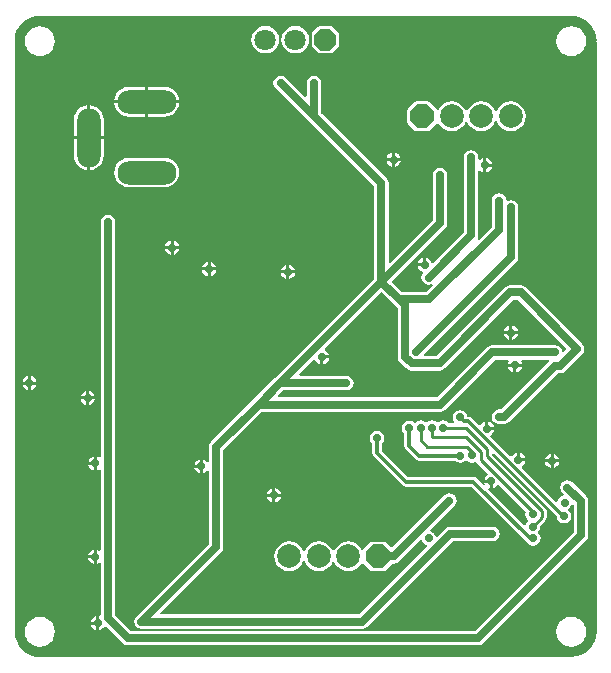
<source format=gbl>
G04 Layer_Physical_Order=2*
G04 Layer_Color=16711680*
%FSLAX43Y43*%
%MOMM*%
G71*
G01*
G75*
%ADD31C,0.700*%
%ADD34C,0.300*%
%ADD35C,0.250*%
%ADD37C,2.000*%
%ADD38P,2.165X8X202.5*%
%ADD39P,1.948X8X202.5*%
%ADD40C,1.800*%
%ADD41O,5.000X2.000*%
%ADD42O,2.000X5.000*%
%ADD43C,0.700*%
G36*
X47500Y54632D02*
Y54632D01*
X47505Y54636D01*
X47917Y54595D01*
X48317Y54473D01*
X48687Y54276D01*
X49010Y54010D01*
X49276Y53687D01*
X49473Y53317D01*
X49595Y52917D01*
X49636Y52505D01*
X49632Y52500D01*
X49632D01*
X49639Y52462D01*
Y2539D01*
X49631Y2500D01*
X49631D01*
X49635Y2496D01*
X49595Y2083D01*
X49473Y1683D01*
X49276Y1313D01*
X49010Y990D01*
X48687Y724D01*
X48317Y527D01*
X47917Y405D01*
X47505Y365D01*
X47500Y369D01*
Y369D01*
X47461Y361D01*
X2623D01*
X2500Y361D01*
X2499Y361D01*
X2375Y369D01*
X2083Y397D01*
X1682Y519D01*
X1313Y716D01*
X989Y982D01*
X723Y1306D01*
X526Y1675D01*
X404Y2076D01*
X364Y2488D01*
X368Y2492D01*
X368D01*
X361Y2526D01*
Y52377D01*
X361Y52500D01*
X361Y52501D01*
X369Y52625D01*
X397Y52917D01*
X519Y53318D01*
X716Y53687D01*
X982Y54011D01*
X1306Y54277D01*
X1675Y54474D01*
X2076Y54596D01*
X2488Y54636D01*
X2492Y54632D01*
Y54632D01*
X2526Y54639D01*
X47462D01*
X47500Y54632D01*
D02*
G37*
%LPC*%
G36*
X1498Y24141D02*
X1389Y24119D01*
X1190Y23985D01*
X1056Y23786D01*
X1034Y23677D01*
X1498D01*
Y24141D01*
D02*
G37*
G36*
X2216Y23423D02*
X1752D01*
Y22959D01*
X1861Y22981D01*
X2060Y23115D01*
X2194Y23314D01*
X2216Y23423D01*
D02*
G37*
G36*
X42598Y24948D02*
X42134D01*
X42156Y24839D01*
X42290Y24640D01*
X42489Y24506D01*
X42598Y24484D01*
Y24948D01*
D02*
G37*
G36*
X1752Y24141D02*
Y23677D01*
X2216D01*
X2194Y23786D01*
X2060Y23985D01*
X1861Y24119D01*
X1752Y24141D01*
D02*
G37*
G36*
X6423Y22891D02*
X6314Y22869D01*
X6115Y22735D01*
X5981Y22536D01*
X5959Y22427D01*
X6423D01*
Y22891D01*
D02*
G37*
G36*
X7141Y22173D02*
X6677D01*
Y21709D01*
X6786Y21731D01*
X6985Y21865D01*
X7119Y22064D01*
X7141Y22173D01*
D02*
G37*
G36*
X1498Y23423D02*
X1034D01*
X1056Y23314D01*
X1190Y23115D01*
X1389Y22981D01*
X1498Y22959D01*
Y23423D01*
D02*
G37*
G36*
X6677Y22891D02*
Y22427D01*
X7141D01*
X7119Y22536D01*
X6985Y22735D01*
X6786Y22869D01*
X6677Y22891D01*
D02*
G37*
G36*
X7273Y3098D02*
X6809D01*
X6831Y2989D01*
X6965Y2790D01*
X7164Y2656D01*
X7273Y2634D01*
Y3098D01*
D02*
G37*
G36*
Y3816D02*
X7164Y3794D01*
X6965Y3660D01*
X6831Y3461D01*
X6809Y3352D01*
X7273D01*
Y3816D01*
D02*
G37*
G36*
X24091Y32848D02*
X23627D01*
Y32384D01*
X23736Y32406D01*
X23935Y32540D01*
X24069Y32739D01*
X24091Y32848D01*
D02*
G37*
G36*
X23373D02*
X22909D01*
X22931Y32739D01*
X23065Y32540D01*
X23264Y32406D01*
X23373Y32384D01*
Y32848D01*
D02*
G37*
G36*
X7048Y8723D02*
X6584D01*
X6606Y8614D01*
X6740Y8415D01*
X6939Y8281D01*
X7048Y8259D01*
Y8723D01*
D02*
G37*
G36*
X43316Y24948D02*
X42852D01*
Y24484D01*
X42961Y24506D01*
X43160Y24640D01*
X43294Y24839D01*
X43316Y24948D01*
D02*
G37*
G36*
X2500Y3768D02*
X2483Y3764D01*
X2466Y3765D01*
X2205Y3731D01*
X2173Y3720D01*
X2140Y3714D01*
X1897Y3613D01*
X1868Y3594D01*
X1838Y3579D01*
X1629Y3419D01*
X1607Y3393D01*
X1581Y3371D01*
X1421Y3162D01*
X1406Y3132D01*
X1387Y3103D01*
X1286Y2860D01*
X1280Y2827D01*
X1269Y2795D01*
X1235Y2534D01*
X1237Y2500D01*
X1235Y2466D01*
X1269Y2205D01*
X1280Y2173D01*
X1286Y2140D01*
X1387Y1897D01*
X1406Y1868D01*
X1421Y1838D01*
X1581Y1629D01*
X1607Y1607D01*
X1629Y1581D01*
X1838Y1421D01*
X1868Y1406D01*
X1897Y1387D01*
X2140Y1286D01*
X2173Y1280D01*
X2205Y1269D01*
X2466Y1235D01*
X2483Y1236D01*
X2500Y1232D01*
X2517Y1236D01*
X2534Y1235D01*
X2795Y1269D01*
X2827Y1280D01*
X2860Y1286D01*
X3103Y1387D01*
X3132Y1406D01*
X3162Y1421D01*
X3371Y1581D01*
X3393Y1607D01*
X3419Y1629D01*
X3579Y1838D01*
X3594Y1868D01*
X3613Y1897D01*
X3714Y2140D01*
X3720Y2173D01*
X3731Y2205D01*
X3765Y2466D01*
X3763Y2500D01*
X3765Y2534D01*
X3731Y2795D01*
X3720Y2827D01*
X3714Y2860D01*
X3613Y3103D01*
X3594Y3132D01*
X3579Y3162D01*
X3419Y3371D01*
X3393Y3393D01*
X3371Y3419D01*
X3162Y3579D01*
X3132Y3594D01*
X3103Y3613D01*
X2860Y3714D01*
X2827Y3720D01*
X2795Y3731D01*
X2534Y3765D01*
X2517Y3764D01*
X2500Y3768D01*
D02*
G37*
G36*
X47500D02*
X47483Y3764D01*
X47466Y3765D01*
X47205Y3731D01*
X47173Y3720D01*
X47140Y3714D01*
X46897Y3613D01*
X46868Y3594D01*
X46838Y3579D01*
X46629Y3419D01*
X46607Y3393D01*
X46581Y3371D01*
X46421Y3162D01*
X46406Y3132D01*
X46387Y3103D01*
X46286Y2860D01*
X46280Y2827D01*
X46269Y2795D01*
X46235Y2534D01*
X46237Y2500D01*
X46235Y2466D01*
X46269Y2205D01*
X46280Y2173D01*
X46286Y2140D01*
X46387Y1897D01*
X46406Y1868D01*
X46421Y1838D01*
X46581Y1629D01*
X46607Y1607D01*
X46629Y1581D01*
X46838Y1421D01*
X46868Y1406D01*
X46897Y1387D01*
X47140Y1286D01*
X47173Y1280D01*
X47205Y1269D01*
X47466Y1235D01*
X47483Y1236D01*
X47500Y1232D01*
X47517Y1236D01*
X47534Y1235D01*
X47795Y1269D01*
X47827Y1280D01*
X47860Y1286D01*
X48103Y1387D01*
X48132Y1406D01*
X48162Y1421D01*
X48371Y1581D01*
X48393Y1607D01*
X48419Y1629D01*
X48579Y1838D01*
X48594Y1868D01*
X48613Y1897D01*
X48714Y2140D01*
X48720Y2173D01*
X48731Y2205D01*
X48765Y2466D01*
X48763Y2500D01*
X48765Y2534D01*
X48731Y2795D01*
X48720Y2827D01*
X48714Y2860D01*
X48613Y3103D01*
X48594Y3132D01*
X48579Y3162D01*
X48419Y3371D01*
X48393Y3393D01*
X48371Y3419D01*
X48162Y3579D01*
X48132Y3594D01*
X48103Y3613D01*
X47860Y3714D01*
X47827Y3720D01*
X47795Y3731D01*
X47534Y3765D01*
X47517Y3764D01*
X47500Y3768D01*
D02*
G37*
G36*
X6423Y22173D02*
X5959D01*
X5981Y22064D01*
X6115Y21865D01*
X6314Y21731D01*
X6423Y21709D01*
Y22173D01*
D02*
G37*
G36*
X16048Y16373D02*
X15584D01*
X15606Y16264D01*
X15740Y16065D01*
X15939Y15931D01*
X16048Y15909D01*
Y16373D01*
D02*
G37*
G36*
X22452Y14641D02*
Y14177D01*
X22916D01*
X22894Y14286D01*
X22760Y14485D01*
X22561Y14619D01*
X22452Y14641D01*
D02*
G37*
G36*
X45748Y16848D02*
X45284D01*
X45306Y16739D01*
X45440Y16540D01*
X45639Y16406D01*
X45748Y16384D01*
Y16848D01*
D02*
G37*
G36*
X7073Y16623D02*
X6609D01*
X6631Y16514D01*
X6765Y16315D01*
X6964Y16181D01*
X7073Y16159D01*
Y16623D01*
D02*
G37*
G36*
X22198Y13923D02*
X21734D01*
X21756Y13814D01*
X21890Y13615D01*
X22089Y13481D01*
X22198Y13459D01*
Y13923D01*
D02*
G37*
G36*
X7048Y9441D02*
X6939Y9419D01*
X6740Y9285D01*
X6606Y9086D01*
X6584Y8977D01*
X7048D01*
Y9441D01*
D02*
G37*
G36*
X22198Y14641D02*
X22089Y14619D01*
X21890Y14485D01*
X21756Y14286D01*
X21734Y14177D01*
X22198D01*
Y14641D01*
D02*
G37*
G36*
X22916Y13923D02*
X22452D01*
Y13459D01*
X22561Y13481D01*
X22760Y13615D01*
X22894Y13814D01*
X22916Y13923D01*
D02*
G37*
G36*
X43152Y17641D02*
Y17177D01*
X43616D01*
X43594Y17286D01*
X43460Y17485D01*
X43261Y17619D01*
X43152Y17641D01*
D02*
G37*
G36*
X46002Y17566D02*
Y17102D01*
X46466D01*
X46444Y17211D01*
X46310Y17410D01*
X46111Y17544D01*
X46002Y17566D01*
D02*
G37*
G36*
X40477Y20291D02*
Y19827D01*
X40941D01*
X40919Y19936D01*
X40785Y20135D01*
X40586Y20269D01*
X40477Y20291D01*
D02*
G37*
G36*
X8275Y37816D02*
X8039Y37769D01*
X7840Y37635D01*
X7706Y37436D01*
X7659Y37200D01*
Y17322D01*
X7532Y17254D01*
X7436Y17319D01*
X7327Y17341D01*
Y16750D01*
Y16159D01*
X7436Y16181D01*
X7532Y16246D01*
X7659Y16178D01*
Y9406D01*
X7532Y9338D01*
X7411Y9419D01*
X7302Y9441D01*
Y8850D01*
Y8259D01*
X7411Y8281D01*
X7532Y8362D01*
X7659Y8294D01*
Y3919D01*
X7532Y3815D01*
X7527Y3816D01*
Y3225D01*
Y2634D01*
X7636Y2656D01*
X7835Y2790D01*
X7935Y2939D01*
X8085Y2969D01*
X9515Y1540D01*
X9714Y1406D01*
X9950Y1359D01*
X39625D01*
X39861Y1406D01*
X40060Y1540D01*
X48760Y10240D01*
X48894Y10439D01*
X48941Y10675D01*
Y13550D01*
X48894Y13786D01*
X48760Y13985D01*
X47610Y15135D01*
X47411Y15269D01*
X47175Y15316D01*
X46939Y15269D01*
X46740Y15135D01*
X46606Y14936D01*
X46559Y14700D01*
X46606Y14464D01*
X46740Y14265D01*
X46849Y14155D01*
X46807Y14017D01*
X46689Y13994D01*
X46490Y13860D01*
X46356Y13661D01*
X46330Y13530D01*
X46192Y13488D01*
X43310Y16371D01*
X43332Y16529D01*
X43460Y16615D01*
X43594Y16814D01*
X43616Y16923D01*
X43025D01*
Y17050D01*
X42898D01*
Y17641D01*
X42789Y17619D01*
X42590Y17485D01*
X42504Y17357D01*
X42346Y17335D01*
X40655Y19025D01*
X40672Y19189D01*
X40785Y19265D01*
X40919Y19464D01*
X40941Y19573D01*
X40350D01*
Y19700D01*
X40223D01*
Y20291D01*
X40114Y20269D01*
X39915Y20135D01*
X39839Y20022D01*
X39675Y20005D01*
X39085Y20595D01*
X38952Y20685D01*
X38794Y20716D01*
X38678D01*
X38644Y20886D01*
X38510Y21085D01*
X38311Y21219D01*
X38075Y21266D01*
X37839Y21219D01*
X37640Y21085D01*
X37506Y20886D01*
X37459Y20650D01*
X37506Y20414D01*
X37590Y20288D01*
X37522Y20161D01*
X37143D01*
X37110Y20210D01*
X36911Y20344D01*
X36675Y20391D01*
X36439Y20344D01*
X36273Y20233D01*
X36188Y20219D01*
X36102Y20233D01*
X35936Y20344D01*
X35700Y20391D01*
X35464Y20344D01*
X35315Y20244D01*
X35225Y20221D01*
X35135Y20244D01*
X34986Y20344D01*
X34750Y20391D01*
X34514Y20344D01*
X34337Y20225D01*
X34292Y20211D01*
X34165Y20216D01*
X34011Y20319D01*
X33775Y20366D01*
X33539Y20319D01*
X33340Y20185D01*
X33206Y19986D01*
X33159Y19750D01*
X33206Y19514D01*
X33340Y19315D01*
X33363Y19299D01*
Y18225D01*
X33394Y18067D01*
X33484Y17934D01*
X34309Y17109D01*
X34442Y17019D01*
X34600Y16988D01*
X37649D01*
X37665Y16965D01*
X37864Y16831D01*
X38100Y16784D01*
X38336Y16831D01*
X38535Y16965D01*
X38542Y16974D01*
X38692Y16971D01*
X38864Y16856D01*
X39100Y16809D01*
X39336Y16856D01*
X39349Y16865D01*
X39497Y16811D01*
X39556Y16723D01*
X40416Y15863D01*
X40403Y15736D01*
X40290Y15660D01*
X40156Y15461D01*
X40134Y15352D01*
X40725D01*
Y15225D01*
X40852D01*
Y14634D01*
X40961Y14656D01*
X41160Y14790D01*
X41236Y14903D01*
X41363Y14916D01*
X43646Y12633D01*
X43609Y12450D01*
X43656Y12214D01*
X43790Y12015D01*
X43841Y11980D01*
Y11853D01*
X43815Y11835D01*
X43681Y11636D01*
X43655Y11507D01*
X43518Y11465D01*
X40435Y14547D01*
X40461Y14599D01*
X40510Y14652D01*
X40598Y14634D01*
Y15098D01*
X40134D01*
X40152Y15010D01*
X40099Y14961D01*
X40047Y14935D01*
X39491Y15491D01*
X39358Y15581D01*
X39200Y15612D01*
X33671D01*
X31462Y17821D01*
Y18449D01*
X31485Y18465D01*
X31619Y18664D01*
X31666Y18900D01*
X31619Y19136D01*
X31485Y19335D01*
X31286Y19469D01*
X31050Y19516D01*
X30814Y19469D01*
X30615Y19335D01*
X30481Y19136D01*
X30434Y18900D01*
X30481Y18664D01*
X30615Y18465D01*
X30638Y18449D01*
Y17650D01*
X30669Y17492D01*
X30759Y17359D01*
X33209Y14909D01*
X33342Y14819D01*
X33500Y14788D01*
X39029D01*
X43709Y10109D01*
X43771Y10067D01*
X43840Y9965D01*
X44039Y9831D01*
X44275Y9784D01*
X44511Y9831D01*
X44710Y9965D01*
X44844Y10164D01*
X44891Y10400D01*
X44844Y10636D01*
X44710Y10835D01*
X44701Y10842D01*
X44704Y10992D01*
X44819Y11164D01*
X44866Y11400D01*
X44854Y11458D01*
X45298Y11902D01*
X45382Y12027D01*
X45411Y12175D01*
Y12700D01*
X45411Y12700D01*
X45382Y12848D01*
X45298Y12973D01*
X45298Y12973D01*
X40776Y17496D01*
X40783Y17552D01*
X40918Y17598D01*
X46270Y12246D01*
X46306Y12064D01*
X46440Y11865D01*
X46639Y11731D01*
X46875Y11684D01*
X47111Y11731D01*
X47310Y11865D01*
X47444Y12064D01*
X47491Y12300D01*
X47444Y12536D01*
X47310Y12735D01*
X47260Y12769D01*
Y12922D01*
X47360Y12990D01*
X47494Y13189D01*
X47507Y13253D01*
X47639Y13298D01*
X47709Y13241D01*
Y10930D01*
X39370Y2591D01*
X10205D01*
X8891Y3905D01*
Y37200D01*
X8844Y37436D01*
X8710Y37635D01*
X8511Y37769D01*
X8275Y37816D01*
D02*
G37*
G36*
X16048Y17091D02*
X15939Y17069D01*
X15740Y16935D01*
X15606Y16736D01*
X15584Y16627D01*
X16048D01*
Y17091D01*
D02*
G37*
G36*
X46466Y16848D02*
X46002D01*
Y16384D01*
X46111Y16406D01*
X46310Y16540D01*
X46444Y16739D01*
X46466Y16848D01*
D02*
G37*
G36*
X45748Y17566D02*
X45639Y17544D01*
X45440Y17410D01*
X45306Y17211D01*
X45284Y17102D01*
X45748D01*
Y17566D01*
D02*
G37*
G36*
X7073Y17341D02*
X6964Y17319D01*
X6765Y17185D01*
X6631Y16986D01*
X6609Y16877D01*
X7073D01*
Y17341D01*
D02*
G37*
G36*
X6523Y47073D02*
X6323Y47047D01*
X6018Y46920D01*
X5756Y46719D01*
X5555Y46457D01*
X5428Y46152D01*
X5385Y45825D01*
Y44452D01*
X6523D01*
Y47073D01*
D02*
G37*
G36*
X32577Y43066D02*
Y42602D01*
X33041D01*
X33019Y42711D01*
X32885Y42910D01*
X32686Y43044D01*
X32577Y43066D01*
D02*
G37*
G36*
X11423Y47248D02*
X8802D01*
X8828Y47048D01*
X8955Y46743D01*
X9156Y46481D01*
X9418Y46280D01*
X9723Y46153D01*
X10050Y46110D01*
X11423D01*
Y47248D01*
D02*
G37*
G36*
X6777Y47073D02*
Y44452D01*
X7915D01*
Y45825D01*
X7872Y46152D01*
X7745Y46457D01*
X7544Y46719D01*
X7282Y46920D01*
X6977Y47047D01*
X6777Y47073D01*
D02*
G37*
G36*
X33041Y42348D02*
X32577D01*
Y41884D01*
X32686Y41906D01*
X32885Y42040D01*
X33019Y42239D01*
X33041Y42348D01*
D02*
G37*
G36*
X32323D02*
X31859D01*
X31881Y42239D01*
X32015Y42040D01*
X32214Y41906D01*
X32323Y41884D01*
Y42348D01*
D02*
G37*
G36*
Y43066D02*
X32214Y43044D01*
X32015Y42910D01*
X31881Y42711D01*
X31859Y42602D01*
X32323D01*
Y43066D01*
D02*
G37*
G36*
X40302Y42591D02*
Y42127D01*
X40766D01*
X40744Y42236D01*
X40610Y42435D01*
X40411Y42569D01*
X40302Y42591D01*
D02*
G37*
G36*
X14298Y47248D02*
X11677D01*
Y46110D01*
X13050D01*
X13377Y46153D01*
X13682Y46280D01*
X13944Y46481D01*
X14145Y46743D01*
X14272Y47048D01*
X14298Y47248D01*
D02*
G37*
G36*
X27115Y53784D02*
X26215D01*
X26116Y53764D01*
X26032Y53708D01*
X25582Y53258D01*
X25526Y53174D01*
X25506Y53075D01*
Y52175D01*
X25526Y52076D01*
X25582Y51992D01*
X26032Y51542D01*
X26116Y51486D01*
X26215Y51466D01*
X27115D01*
X27214Y51486D01*
X27298Y51542D01*
X27748Y51992D01*
X27804Y52076D01*
X27824Y52175D01*
Y53075D01*
X27804Y53174D01*
X27748Y53258D01*
X27298Y53708D01*
X27214Y53764D01*
X27115Y53784D01*
D02*
G37*
G36*
X24125Y53789D02*
X23824Y53749D01*
X23543Y53633D01*
X23302Y53448D01*
X23117Y53207D01*
X23001Y52926D01*
X22961Y52625D01*
X23001Y52324D01*
X23117Y52043D01*
X23302Y51802D01*
X23543Y51617D01*
X23824Y51501D01*
X24125Y51461D01*
X24426Y51501D01*
X24707Y51617D01*
X24948Y51802D01*
X25133Y52043D01*
X25249Y52324D01*
X25289Y52625D01*
X25249Y52926D01*
X25133Y53207D01*
X24948Y53448D01*
X24707Y53633D01*
X24426Y53749D01*
X24125Y53789D01*
D02*
G37*
G36*
X2500Y53768D02*
X2483Y53764D01*
X2466Y53765D01*
X2205Y53731D01*
X2173Y53720D01*
X2140Y53714D01*
X1897Y53613D01*
X1868Y53594D01*
X1838Y53579D01*
X1629Y53419D01*
X1607Y53393D01*
X1581Y53371D01*
X1421Y53162D01*
X1406Y53132D01*
X1387Y53103D01*
X1286Y52860D01*
X1280Y52827D01*
X1269Y52795D01*
X1235Y52534D01*
X1237Y52500D01*
X1235Y52466D01*
X1269Y52205D01*
X1280Y52173D01*
X1286Y52140D01*
X1387Y51897D01*
X1406Y51868D01*
X1421Y51838D01*
X1581Y51629D01*
X1607Y51607D01*
X1629Y51581D01*
X1838Y51421D01*
X1868Y51406D01*
X1897Y51387D01*
X2140Y51286D01*
X2173Y51280D01*
X2205Y51269D01*
X2466Y51235D01*
X2483Y51236D01*
X2500Y51232D01*
X2517Y51236D01*
X2534Y51235D01*
X2795Y51269D01*
X2827Y51280D01*
X2860Y51286D01*
X3103Y51387D01*
X3132Y51406D01*
X3162Y51421D01*
X3371Y51581D01*
X3393Y51607D01*
X3419Y51629D01*
X3579Y51838D01*
X3594Y51868D01*
X3613Y51897D01*
X3714Y52140D01*
X3720Y52173D01*
X3731Y52205D01*
X3765Y52466D01*
X3763Y52500D01*
X3765Y52534D01*
X3731Y52795D01*
X3720Y52827D01*
X3714Y52860D01*
X3613Y53103D01*
X3594Y53132D01*
X3579Y53162D01*
X3419Y53371D01*
X3393Y53393D01*
X3371Y53419D01*
X3162Y53579D01*
X3132Y53594D01*
X3103Y53613D01*
X2860Y53714D01*
X2827Y53720D01*
X2795Y53731D01*
X2534Y53765D01*
X2517Y53764D01*
X2500Y53768D01*
D02*
G37*
G36*
X47534Y53765D02*
X47500Y53763D01*
X47466Y53765D01*
X47205Y53731D01*
X47173Y53720D01*
X47140Y53714D01*
X46897Y53613D01*
X46868Y53594D01*
X46838Y53579D01*
X46629Y53419D01*
X46607Y53393D01*
X46581Y53371D01*
X46421Y53162D01*
X46406Y53132D01*
X46387Y53103D01*
X46286Y52860D01*
X46280Y52827D01*
X46269Y52795D01*
X46235Y52534D01*
X46236Y52517D01*
X46232Y52500D01*
X46236Y52483D01*
X46235Y52466D01*
X46269Y52205D01*
X46280Y52173D01*
X46286Y52140D01*
X46387Y51897D01*
X46406Y51868D01*
X46421Y51838D01*
X46581Y51629D01*
X46607Y51607D01*
X46629Y51581D01*
X46838Y51421D01*
X46868Y51406D01*
X46897Y51387D01*
X47140Y51286D01*
X47173Y51280D01*
X47205Y51269D01*
X47466Y51235D01*
X47500Y51237D01*
X47534Y51235D01*
X47795Y51269D01*
X47827Y51280D01*
X47860Y51286D01*
X48103Y51387D01*
X48132Y51406D01*
X48162Y51421D01*
X48371Y51581D01*
X48393Y51607D01*
X48419Y51629D01*
X48579Y51838D01*
X48594Y51868D01*
X48613Y51897D01*
X48714Y52140D01*
X48720Y52173D01*
X48731Y52205D01*
X48765Y52466D01*
X48764Y52483D01*
X48768Y52500D01*
X48764Y52517D01*
X48765Y52534D01*
X48731Y52795D01*
X48720Y52827D01*
X48714Y52860D01*
X48613Y53103D01*
X48594Y53132D01*
X48579Y53162D01*
X48419Y53371D01*
X48393Y53393D01*
X48371Y53419D01*
X48162Y53579D01*
X48132Y53594D01*
X48103Y53613D01*
X47860Y53714D01*
X47827Y53720D01*
X47795Y53731D01*
X47534Y53765D01*
D02*
G37*
G36*
X11423Y48640D02*
X10050D01*
X9723Y48597D01*
X9418Y48470D01*
X9156Y48269D01*
X8955Y48007D01*
X8828Y47702D01*
X8802Y47502D01*
X11423D01*
Y48640D01*
D02*
G37*
G36*
X42375Y47415D02*
X42048Y47372D01*
X41743Y47245D01*
X41481Y47044D01*
X41280Y46782D01*
X41194Y46575D01*
X41056D01*
X40970Y46782D01*
X40769Y47044D01*
X40507Y47245D01*
X40202Y47372D01*
X39875Y47415D01*
X39548Y47372D01*
X39243Y47245D01*
X38981Y47044D01*
X38780Y46782D01*
X38694Y46575D01*
X38556D01*
X38470Y46782D01*
X38269Y47044D01*
X38007Y47245D01*
X37702Y47372D01*
X37375Y47415D01*
X37048Y47372D01*
X36743Y47245D01*
X36481Y47044D01*
X36280Y46782D01*
X36251Y46713D01*
X36119Y46726D01*
X36114Y46749D01*
X36058Y46833D01*
X35558Y47333D01*
X35474Y47389D01*
X35375Y47409D01*
X34375D01*
X34276Y47389D01*
X34192Y47333D01*
X33692Y46833D01*
X33692Y46833D01*
X33636Y46749D01*
X33616Y46650D01*
Y45650D01*
X33636Y45551D01*
X33692Y45467D01*
X34192Y44967D01*
X34276Y44911D01*
X34375Y44891D01*
X35375D01*
X35474Y44911D01*
X35558Y44967D01*
X36058Y45467D01*
X36058Y45467D01*
X36114Y45551D01*
X36119Y45574D01*
X36251Y45587D01*
X36280Y45518D01*
X36481Y45256D01*
X36743Y45055D01*
X37048Y44928D01*
X37375Y44885D01*
X37702Y44928D01*
X38007Y45055D01*
X38269Y45256D01*
X38470Y45518D01*
X38556Y45725D01*
X38694D01*
X38780Y45518D01*
X38981Y45256D01*
X39243Y45055D01*
X39548Y44928D01*
X39875Y44885D01*
X40202Y44928D01*
X40507Y45055D01*
X40769Y45256D01*
X40970Y45518D01*
X41056Y45725D01*
X41194D01*
X41280Y45518D01*
X41481Y45256D01*
X41743Y45055D01*
X42048Y44928D01*
X42375Y44885D01*
X42702Y44928D01*
X43007Y45055D01*
X43269Y45256D01*
X43470Y45518D01*
X43597Y45823D01*
X43640Y46150D01*
X43597Y46477D01*
X43470Y46782D01*
X43269Y47044D01*
X43007Y47245D01*
X42702Y47372D01*
X42375Y47415D01*
D02*
G37*
G36*
X21585Y53789D02*
X21284Y53749D01*
X21003Y53633D01*
X20762Y53448D01*
X20577Y53207D01*
X20461Y52926D01*
X20421Y52625D01*
X20461Y52324D01*
X20577Y52043D01*
X20762Y51802D01*
X21003Y51617D01*
X21284Y51501D01*
X21585Y51461D01*
X21886Y51501D01*
X22167Y51617D01*
X22408Y51802D01*
X22593Y52043D01*
X22709Y52324D01*
X22749Y52625D01*
X22709Y52926D01*
X22593Y53207D01*
X22408Y53448D01*
X22167Y53633D01*
X21886Y53749D01*
X21585Y53789D01*
D02*
G37*
G36*
X13050Y48640D02*
X11677D01*
Y47502D01*
X14298D01*
X14272Y47702D01*
X14145Y48007D01*
X13944Y48269D01*
X13682Y48470D01*
X13377Y48597D01*
X13050Y48640D01*
D02*
G37*
G36*
X16952Y33816D02*
Y33352D01*
X17416D01*
X17394Y33461D01*
X17260Y33660D01*
X17061Y33794D01*
X16952Y33816D01*
D02*
G37*
G36*
X16698D02*
X16589Y33794D01*
X16390Y33660D01*
X16256Y33461D01*
X16234Y33352D01*
X16698D01*
Y33816D01*
D02*
G37*
G36*
X13573Y34898D02*
X13109D01*
X13131Y34789D01*
X13265Y34590D01*
X13464Y34456D01*
X13573Y34434D01*
Y34898D01*
D02*
G37*
G36*
X34948Y34166D02*
X34839Y34144D01*
X34640Y34010D01*
X34506Y33811D01*
X34484Y33702D01*
X34948D01*
Y34166D01*
D02*
G37*
G36*
X17416Y33098D02*
X16952D01*
Y32634D01*
X17061Y32656D01*
X17260Y32790D01*
X17394Y32989D01*
X17416Y33098D01*
D02*
G37*
G36*
X16698D02*
X16234D01*
X16256Y32989D01*
X16390Y32790D01*
X16589Y32656D01*
X16698Y32634D01*
Y33098D01*
D02*
G37*
G36*
X23627Y33566D02*
Y33102D01*
X24091D01*
X24069Y33211D01*
X23935Y33410D01*
X23736Y33544D01*
X23627Y33566D01*
D02*
G37*
G36*
X23373D02*
X23264Y33544D01*
X23065Y33410D01*
X22931Y33211D01*
X22909Y33102D01*
X23373D01*
Y33566D01*
D02*
G37*
G36*
X40766Y41873D02*
X40302D01*
Y41409D01*
X40411Y41431D01*
X40610Y41565D01*
X40744Y41764D01*
X40766Y41873D01*
D02*
G37*
G36*
X22900Y49591D02*
X22664Y49544D01*
X22465Y49410D01*
X22331Y49211D01*
X22284Y48975D01*
X22331Y48739D01*
X22465Y48540D01*
X25265Y45740D01*
X30809Y40195D01*
Y32380D01*
X22415Y23985D01*
X20590Y22160D01*
X16965Y18535D01*
X16831Y18336D01*
X16784Y18100D01*
Y16904D01*
X16657Y16866D01*
X16610Y16935D01*
X16411Y17069D01*
X16302Y17091D01*
Y16500D01*
Y15909D01*
X16411Y15931D01*
X16610Y16065D01*
X16657Y16134D01*
X16784Y16096D01*
Y9905D01*
X10665Y3785D01*
X10531Y3586D01*
X10484Y3350D01*
X10531Y3114D01*
X10665Y2915D01*
X10864Y2781D01*
X11100Y2734D01*
X29800D01*
X30036Y2781D01*
X30235Y2915D01*
X37480Y10159D01*
X40825D01*
X41061Y10206D01*
X41260Y10340D01*
X41394Y10539D01*
X41441Y10775D01*
X41394Y11011D01*
X41260Y11210D01*
X41061Y11344D01*
X40825Y11391D01*
X37225D01*
X37225Y11391D01*
X36989Y11344D01*
X36790Y11210D01*
X36126Y10547D01*
X36004Y10584D01*
X35994Y10636D01*
X35860Y10835D01*
X35661Y10969D01*
X35588Y10983D01*
X35551Y11105D01*
X37610Y13165D01*
X37744Y13364D01*
X37791Y13600D01*
X37744Y13836D01*
X37610Y14035D01*
X37411Y14169D01*
X37175Y14216D01*
X36939Y14169D01*
X36740Y14035D01*
X32285Y9581D01*
X31808Y10058D01*
X31724Y10114D01*
X31625Y10134D01*
X30625D01*
X30526Y10114D01*
X30442Y10058D01*
X29942Y9558D01*
X29942Y9558D01*
X29886Y9474D01*
X29881Y9451D01*
X29749Y9438D01*
X29720Y9507D01*
X29519Y9769D01*
X29257Y9970D01*
X28952Y10097D01*
X28625Y10140D01*
X28298Y10097D01*
X27993Y9970D01*
X27731Y9769D01*
X27530Y9507D01*
X27444Y9300D01*
X27306D01*
X27220Y9507D01*
X27019Y9769D01*
X26757Y9970D01*
X26452Y10097D01*
X26125Y10140D01*
X25798Y10097D01*
X25493Y9970D01*
X25231Y9769D01*
X25030Y9507D01*
X24944Y9300D01*
X24806D01*
X24720Y9507D01*
X24519Y9769D01*
X24257Y9970D01*
X23952Y10097D01*
X23625Y10140D01*
X23298Y10097D01*
X22993Y9970D01*
X22731Y9769D01*
X22530Y9507D01*
X22403Y9202D01*
X22360Y8875D01*
X22403Y8548D01*
X22530Y8243D01*
X22731Y7981D01*
X22993Y7780D01*
X23298Y7653D01*
X23625Y7610D01*
X23952Y7653D01*
X24257Y7780D01*
X24519Y7981D01*
X24720Y8243D01*
X24806Y8450D01*
X24944D01*
X25030Y8243D01*
X25231Y7981D01*
X25493Y7780D01*
X25798Y7653D01*
X26125Y7610D01*
X26452Y7653D01*
X26757Y7780D01*
X27019Y7981D01*
X27220Y8243D01*
X27306Y8450D01*
X27444D01*
X27530Y8243D01*
X27731Y7981D01*
X27993Y7780D01*
X28298Y7653D01*
X28625Y7610D01*
X28952Y7653D01*
X29257Y7780D01*
X29519Y7981D01*
X29720Y8243D01*
X29749Y8312D01*
X29881Y8299D01*
X29886Y8276D01*
X29942Y8192D01*
X30442Y7692D01*
X30526Y7636D01*
X30625Y7616D01*
X31625D01*
X31724Y7636D01*
X31808Y7692D01*
X32308Y8192D01*
X32308Y8192D01*
X32353Y8259D01*
X32450D01*
X32686Y8306D01*
X32885Y8440D01*
X34720Y10274D01*
X34842Y10237D01*
X34856Y10164D01*
X34990Y9965D01*
X35189Y9831D01*
X35241Y9821D01*
X35278Y9699D01*
X29545Y3966D01*
X12753D01*
X12704Y4083D01*
X17835Y9215D01*
X17969Y9414D01*
X18016Y9650D01*
Y17845D01*
X21280Y21109D01*
X36400D01*
X36636Y21156D01*
X36835Y21290D01*
X41080Y25534D01*
X42153D01*
X42221Y25407D01*
X42156Y25311D01*
X42134Y25202D01*
X43316D01*
X43294Y25311D01*
X43229Y25407D01*
X43297Y25534D01*
X45596D01*
X45636Y25407D01*
X41545Y21316D01*
X41375D01*
X41139Y21269D01*
X40940Y21135D01*
X40806Y20936D01*
X40759Y20700D01*
X40806Y20464D01*
X40940Y20265D01*
X41139Y20131D01*
X41375Y20084D01*
X41800D01*
X42036Y20131D01*
X42235Y20265D01*
X46355Y24384D01*
X46525D01*
X46761Y24431D01*
X46960Y24565D01*
X48410Y26015D01*
X48544Y26214D01*
X48591Y26450D01*
X48544Y26686D01*
X48410Y26885D01*
X43635Y31660D01*
X43436Y31794D01*
X43200Y31841D01*
X42350D01*
X42114Y31794D01*
X41915Y31660D01*
X36091Y25837D01*
X35074D01*
X35025Y25954D01*
X42835Y33765D01*
X42969Y33964D01*
X43016Y34200D01*
Y38425D01*
X42969Y38661D01*
X42835Y38860D01*
X42636Y38994D01*
X42400Y39041D01*
X42164Y38994D01*
X42101Y38952D01*
X41985Y39027D01*
X41944Y39236D01*
X41810Y39435D01*
X41611Y39569D01*
X41375Y39616D01*
X41139Y39569D01*
X40940Y39435D01*
X40806Y39236D01*
X40759Y39000D01*
Y36805D01*
X39653Y35699D01*
X39554Y35780D01*
X39594Y35839D01*
X39641Y36075D01*
Y41501D01*
X39768Y41546D01*
X39939Y41431D01*
X40048Y41409D01*
Y42000D01*
Y42591D01*
X39939Y42569D01*
X39768Y42454D01*
X39641Y42499D01*
Y42650D01*
X39594Y42886D01*
X39460Y43085D01*
X39261Y43219D01*
X39025Y43266D01*
X38789Y43219D01*
X38590Y43085D01*
X38456Y42886D01*
X38409Y42650D01*
Y36330D01*
X35780Y33701D01*
X35658Y33738D01*
X35644Y33811D01*
X35510Y34010D01*
X35311Y34144D01*
X35202Y34166D01*
Y33575D01*
X35075D01*
Y33448D01*
X34484D01*
X34506Y33339D01*
X34640Y33140D01*
X34839Y33006D01*
X34903Y32993D01*
X34952Y32854D01*
X34856Y32711D01*
X34809Y32475D01*
X34856Y32239D01*
X34990Y32040D01*
X35189Y31906D01*
X35425Y31859D01*
X35661Y31906D01*
X35720Y31946D01*
X35801Y31847D01*
X35220Y31266D01*
X33155D01*
X32296Y32125D01*
X36810Y36640D01*
X36944Y36839D01*
X36991Y37075D01*
Y41175D01*
X36944Y41411D01*
X36810Y41610D01*
X36611Y41744D01*
X36375Y41791D01*
X36139Y41744D01*
X35940Y41610D01*
X35806Y41411D01*
X35759Y41175D01*
Y37330D01*
X32158Y33729D01*
X32041Y33778D01*
Y40450D01*
X31994Y40686D01*
X31860Y40885D01*
X26316Y46430D01*
Y48950D01*
X26269Y49186D01*
X26135Y49385D01*
X25936Y49519D01*
X25700Y49566D01*
X25464Y49519D01*
X25265Y49385D01*
X25131Y49186D01*
X25084Y48950D01*
Y47828D01*
X24967Y47779D01*
X23335Y49410D01*
X23136Y49544D01*
X22900Y49591D01*
D02*
G37*
G36*
X7915Y44198D02*
X6777D01*
Y41577D01*
X6977Y41603D01*
X7282Y41730D01*
X7544Y41931D01*
X7745Y42193D01*
X7872Y42498D01*
X7915Y42825D01*
Y44198D01*
D02*
G37*
G36*
X6523D02*
X5385D01*
Y42825D01*
X5428Y42498D01*
X5555Y42193D01*
X5756Y41931D01*
X6018Y41730D01*
X6323Y41603D01*
X6523Y41577D01*
Y44198D01*
D02*
G37*
G36*
X13050Y42640D02*
X10050D01*
X9723Y42597D01*
X9418Y42470D01*
X9156Y42269D01*
X8955Y42007D01*
X8828Y41702D01*
X8785Y41375D01*
X8828Y41048D01*
X8955Y40743D01*
X9156Y40481D01*
X9418Y40280D01*
X9723Y40153D01*
X10050Y40110D01*
X13050D01*
X13377Y40153D01*
X13682Y40280D01*
X13944Y40481D01*
X14145Y40743D01*
X14272Y41048D01*
X14315Y41375D01*
X14272Y41702D01*
X14145Y42007D01*
X13944Y42269D01*
X13682Y42470D01*
X13377Y42597D01*
X13050Y42640D01*
D02*
G37*
G36*
X13573Y35616D02*
X13464Y35594D01*
X13265Y35460D01*
X13131Y35261D01*
X13109Y35152D01*
X13573D01*
Y35616D01*
D02*
G37*
G36*
X14291Y34898D02*
X13827D01*
Y34434D01*
X13936Y34456D01*
X14135Y34590D01*
X14269Y34789D01*
X14291Y34898D01*
D02*
G37*
G36*
X13827Y35616D02*
Y35152D01*
X14291D01*
X14269Y35261D01*
X14135Y35460D01*
X13936Y35594D01*
X13827Y35616D01*
D02*
G37*
%LPD*%
G36*
X32465Y30215D02*
X32805Y29874D01*
Y25780D01*
X32852Y25544D01*
X32986Y25344D01*
X33544Y24786D01*
X33744Y24652D01*
X33980Y24605D01*
X36346D01*
X36582Y24652D01*
X36781Y24786D01*
X42605Y30609D01*
X42945D01*
X47104Y26450D01*
X46838Y26184D01*
X46701Y26226D01*
X46669Y26386D01*
X46535Y26585D01*
X46336Y26719D01*
X46100Y26766D01*
X40825D01*
X40589Y26719D01*
X40390Y26585D01*
X36145Y22341D01*
X22678D01*
X22629Y22458D01*
X23105Y22934D01*
X28450D01*
X28686Y22981D01*
X28885Y23115D01*
X29019Y23314D01*
X29066Y23550D01*
X29019Y23786D01*
X28885Y23985D01*
X28686Y24119D01*
X28450Y24166D01*
X24503D01*
X24454Y24283D01*
X25690Y25519D01*
X25840Y25489D01*
X25940Y25340D01*
X26139Y25206D01*
X26248Y25184D01*
Y25775D01*
X26375D01*
Y25902D01*
X26966D01*
X26944Y26011D01*
X26810Y26210D01*
X26661Y26310D01*
X26631Y26460D01*
X31425Y31254D01*
X32465Y30215D01*
D02*
G37*
%LPC*%
G36*
X42248Y28416D02*
X42139Y28394D01*
X41940Y28260D01*
X41806Y28061D01*
X41784Y27952D01*
X42248D01*
Y28416D01*
D02*
G37*
G36*
X42502D02*
Y27952D01*
X42966D01*
X42944Y28061D01*
X42810Y28260D01*
X42611Y28394D01*
X42502Y28416D01*
D02*
G37*
G36*
X42966Y27698D02*
X42502D01*
Y27234D01*
X42611Y27256D01*
X42810Y27390D01*
X42944Y27589D01*
X42966Y27698D01*
D02*
G37*
G36*
X26966Y25648D02*
X26502D01*
Y25184D01*
X26611Y25206D01*
X26810Y25340D01*
X26944Y25539D01*
X26966Y25648D01*
D02*
G37*
G36*
X42248Y27698D02*
X41784D01*
X41806Y27589D01*
X41940Y27390D01*
X42139Y27256D01*
X42248Y27234D01*
Y27698D01*
D02*
G37*
%LPD*%
D31*
X47175Y14700D02*
X48325Y13550D01*
Y10675D02*
Y13550D01*
X8275Y3650D02*
Y37200D01*
Y3650D02*
X9950Y1975D01*
X39625D01*
X48325Y10675D01*
X37225Y10775D02*
X40825D01*
X11100Y3350D02*
X29800D01*
X37225Y10775D01*
X25700Y46175D02*
X31425Y40450D01*
X22900Y48975D02*
X25700Y46175D01*
Y48950D01*
X31425Y32125D02*
Y40450D01*
Y32125D02*
X36375Y37075D01*
Y41175D01*
X32900Y30650D02*
X33421Y30129D01*
X31425Y32125D02*
X32900Y30650D01*
X35475D01*
X41375Y36550D01*
Y39000D01*
X39025Y36075D02*
Y42650D01*
X35425Y32475D02*
X39025Y36075D01*
X22850Y23550D02*
X31425Y32125D01*
X21025Y21725D02*
X22850Y23550D01*
X28450D01*
X17400Y18100D02*
X21025Y21725D01*
X36400D01*
X40825Y26150D01*
X46100D01*
X11100Y3350D02*
X17400Y9650D01*
Y18100D01*
X33421Y25780D02*
Y30129D01*
Y25780D02*
X33980Y25221D01*
X36346D01*
X42350Y31225D01*
X43200D01*
X47975Y26450D01*
X46525Y25000D02*
X47975Y26450D01*
X46100Y25000D02*
X46525D01*
X41800Y20700D02*
X46100Y25000D01*
X41375Y20700D02*
X41800D01*
X42400Y34200D02*
Y38425D01*
X34375Y26175D02*
X42400Y34200D01*
X32450Y8875D02*
X37175Y13600D01*
X31125Y8875D02*
X32450D01*
D34*
X46798Y12300D02*
X46875D01*
X38794Y20304D02*
X46798Y12300D01*
X38421Y20304D02*
X38794D01*
X38075Y20650D02*
X38421Y20304D01*
X31050Y17650D02*
Y18900D01*
Y17650D02*
X33500Y15200D01*
X39200D01*
X34600Y17400D02*
X38100D01*
X44000Y10400D02*
X44275D01*
X39200Y15200D02*
X44000Y10400D01*
X33775Y18225D02*
Y19750D01*
Y18225D02*
X34600Y17400D01*
D35*
X34750Y18725D02*
Y19775D01*
X35700Y18950D02*
Y19775D01*
X36675D02*
X38575D01*
X40350Y17375D02*
X45025Y12700D01*
Y12175D02*
Y12700D01*
X44250Y11400D02*
X45025Y12175D01*
X34750Y18725D02*
X35300Y18175D01*
X38675D01*
X35700Y18950D02*
X38613D01*
X38575Y19775D02*
X40350Y18000D01*
Y17375D02*
Y18000D01*
X44225Y12450D02*
Y12600D01*
X39100Y17425D02*
Y17750D01*
X38613Y18950D02*
X39829Y17734D01*
Y16996D02*
Y17734D01*
Y16996D02*
X44225Y12600D01*
X38675Y18175D02*
X39100Y17750D01*
D37*
X23625Y8875D02*
D03*
X28625D02*
D03*
X26125D02*
D03*
X42375Y46150D02*
D03*
X37375D02*
D03*
X39875D02*
D03*
D38*
X31125Y8875D02*
D03*
X34875Y46150D02*
D03*
D39*
X26665Y52625D02*
D03*
D40*
X24125D02*
D03*
X21585D02*
D03*
D41*
X11550Y41375D02*
D03*
Y47375D02*
D03*
D42*
X6650Y44325D02*
D03*
D43*
X35425Y10400D02*
D03*
X23500Y32975D02*
D03*
X40175Y42000D02*
D03*
X32450Y42475D02*
D03*
X13700Y35025D02*
D03*
X16825Y33225D02*
D03*
X6550Y22300D02*
D03*
X1625Y23550D02*
D03*
X7200Y16750D02*
D03*
X7400Y3225D02*
D03*
X7175Y8850D02*
D03*
X22325Y14050D02*
D03*
X16175Y16500D02*
D03*
X26375Y25775D02*
D03*
X35075Y33575D02*
D03*
X42375Y27825D02*
D03*
X42725Y25075D02*
D03*
X40350Y19700D02*
D03*
X43025Y17050D02*
D03*
X45875Y16975D02*
D03*
X46925Y13425D02*
D03*
X38075Y20650D02*
D03*
X46875Y12300D02*
D03*
X40725Y15225D02*
D03*
X31050Y18900D02*
D03*
X34750Y19775D02*
D03*
X35700D02*
D03*
X36675D02*
D03*
X38100Y17400D02*
D03*
X40825Y10775D02*
D03*
X47175Y14700D02*
D03*
X46100Y26150D02*
D03*
Y25000D02*
D03*
X33775Y19750D02*
D03*
X44275Y10400D02*
D03*
X44225Y12450D02*
D03*
X39100Y17425D02*
D03*
X44250Y11400D02*
D03*
X37175Y13600D02*
D03*
X39025Y42650D02*
D03*
X42400Y38425D02*
D03*
X34375Y26175D02*
D03*
X35425Y32475D02*
D03*
X28450Y23550D02*
D03*
X41375Y20700D02*
D03*
X42350Y31225D02*
D03*
X31425Y32125D02*
D03*
X41375Y39000D02*
D03*
X36375Y41175D02*
D03*
X22900Y48975D02*
D03*
X25700Y48950D02*
D03*
X11100Y3350D02*
D03*
X8275Y37200D02*
D03*
M02*

</source>
